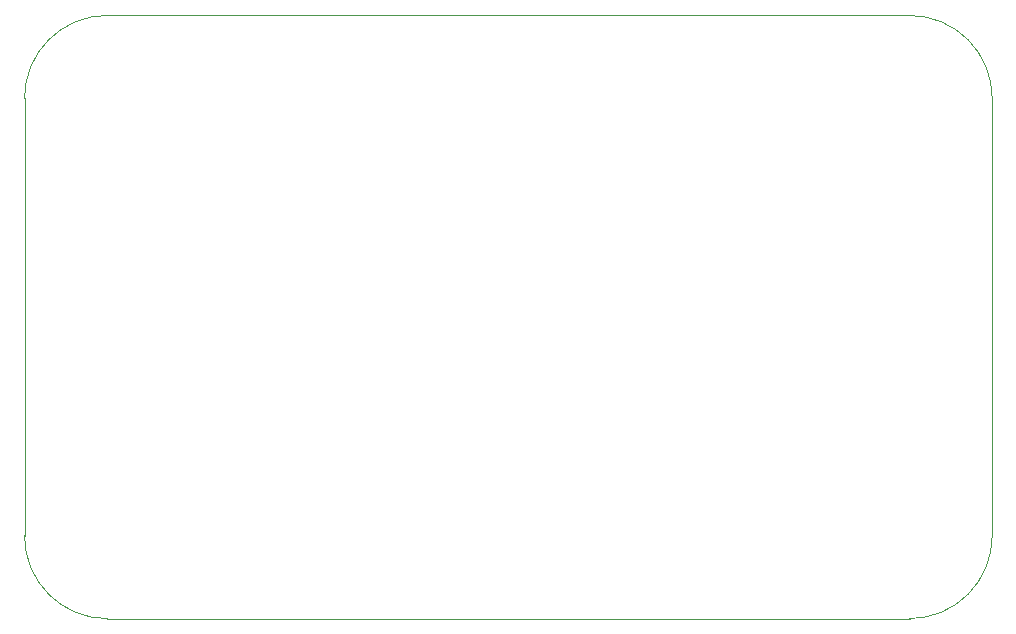
<source format=gbr>
%TF.GenerationSoftware,KiCad,Pcbnew,9.0.2*%
%TF.CreationDate,2025-07-29T19:40:39-04:00*%
%TF.ProjectId,LaunchPad_V2,4c61756e-6368-4506-9164-5f56322e6b69,rev?*%
%TF.SameCoordinates,Original*%
%TF.FileFunction,Profile,NP*%
%FSLAX46Y46*%
G04 Gerber Fmt 4.6, Leading zero omitted, Abs format (unit mm)*
G04 Created by KiCad (PCBNEW 9.0.2) date 2025-07-29 19:40:39*
%MOMM*%
%LPD*%
G01*
G04 APERTURE LIST*
%TA.AperFunction,Profile*%
%ADD10C,0.050000*%
%TD*%
G04 APERTURE END LIST*
D10*
X241060000Y-67020000D02*
G75*
G02*
X234060000Y-74020000I-7000000J0D01*
G01*
X166130000Y-74020000D02*
G75*
G02*
X159130000Y-67020000I0J7000000D01*
G01*
X234060000Y-22950000D02*
G75*
G02*
X241060000Y-29950000I0J-7000000D01*
G01*
X159130000Y-29950000D02*
G75*
G02*
X166130000Y-22950000I7000000J0D01*
G01*
X241060000Y-29950000D02*
X241060000Y-67020000D01*
X159130000Y-67020000D02*
X159130000Y-29950000D01*
X234060000Y-74020000D02*
X166130000Y-74020000D01*
X166130000Y-22950000D02*
X234060000Y-22950000D01*
M02*

</source>
